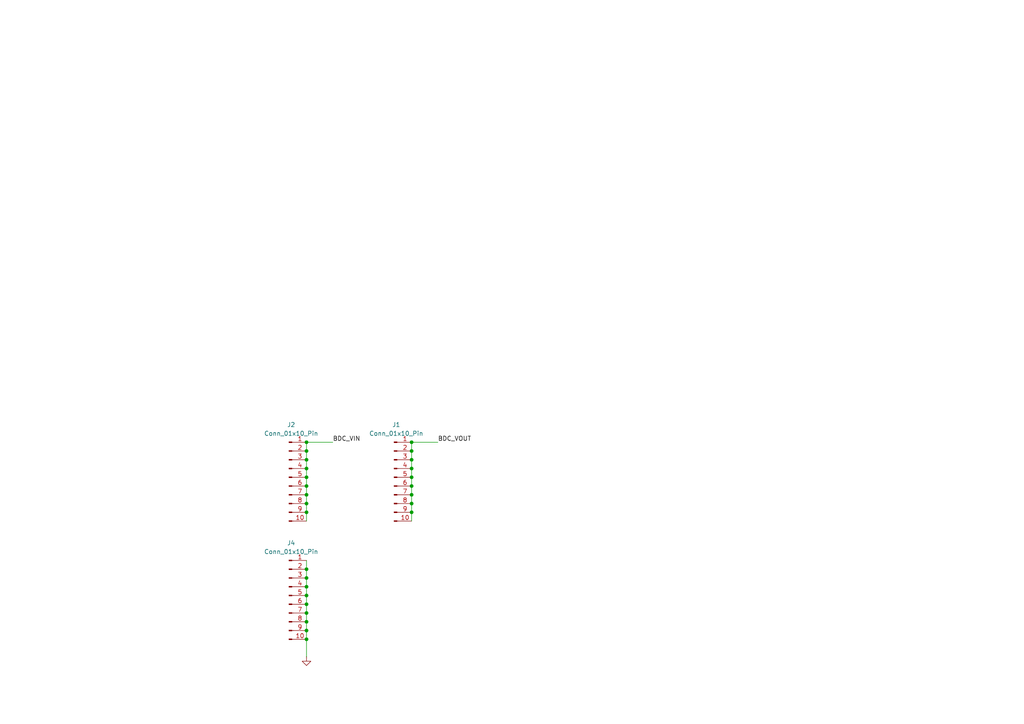
<source format=kicad_sch>
(kicad_sch (version 20250114) (generator "eeschema") (generator_version "9.0")
  (paper "A4")
  (lib_symbols
    (symbol "Connector:Conn_01x10_Pin" (pin_names (offset 1.016) (hide yes))
      (property "Reference" "J" (at 0 12.7 0))
      (property "Value" "Conn_01x10_Pin" (at 0 -15.24 0))
      (symbol "Conn_01x10_Pin_1_1"
        (rectangle (start 0.8636 10.287) (end 0 10.033) (stroke (width 0.1524)) (fill (type outline)))
        (rectangle (start 0.8636 7.747) (end 0 7.493) (stroke (width 0.1524)) (fill (type outline)))
        (rectangle (start 0.8636 5.207) (end 0 4.953) (stroke (width 0.1524)) (fill (type outline)))
        (rectangle (start 0.8636 2.667) (end 0 2.413) (stroke (width 0.1524)) (fill (type outline)))
        (rectangle (start 0.8636 0.127) (end 0 -0.127) (stroke (width 0.1524)) (fill (type outline)))
        (rectangle (start 0.8636 -2.413) (end 0 -2.667) (stroke (width 0.1524)) (fill (type outline)))
        (rectangle (start 0.8636 -4.953) (end 0 -5.207) (stroke (width 0.1524)) (fill (type outline)))
        (rectangle (start 0.8636 -7.493) (end 0 -7.747) (stroke (width 0.1524)) (fill (type outline)))
        (rectangle (start 0.8636 -10.033) (end 0 -10.287) (stroke (width 0.1524)) (fill (type outline)))
        (rectangle (start 0.8636 -12.573) (end 0 -12.827) (stroke (width 0.1524)) (fill (type outline)))
        (polyline (pts (xy 1.27 10.16) (xy 0.8636 10.16)) (stroke (width 0.1524)))
        (polyline (pts (xy 1.27 7.62) (xy 0.8636 7.62)) (stroke (width 0.1524)))
        (polyline (pts (xy 1.27 5.08) (xy 0.8636 5.08)) (stroke (width 0.1524)))
        (polyline (pts (xy 1.27 2.54) (xy 0.8636 2.54)) (stroke (width 0.1524)))
        (polyline (pts (xy 1.27 0) (xy 0.8636 0)) (stroke (width 0.1524)))
        (polyline (pts (xy 1.27 -2.54) (xy 0.8636 -2.54)) (stroke (width 0.1524)))
        (polyline (pts (xy 1.27 -5.08) (xy 0.8636 -5.08)) (stroke (width 0.1524)))
        (polyline (pts (xy 1.27 -7.62) (xy 0.8636 -7.62)) (stroke (width 0.1524)))
        (polyline (pts (xy 1.27 -10.16) (xy 0.8636 -10.16)) (stroke (width 0.1524)))
        (polyline (pts (xy 1.27 -12.7) (xy 0.8636 -12.7)) (stroke (width 0.1524)))
        (pin passive line (at 5.08 10.16 180) (length 3.81) (name "Pin_1") (number "1"))
        (pin passive line (at 5.08 7.62 180) (length 3.81) (name "Pin_2") (number "2"))
        (pin passive line (at 5.08 5.08 180) (length 3.81) (name "Pin_3") (number "3"))
        (pin passive line (at 5.08 2.54 180) (length 3.81) (name "Pin_4") (number "4"))
        (pin passive line (at 5.08 0 180) (length 3.81) (name "Pin_5") (number "5"))
        (pin passive line (at 5.08 -2.54 180) (length 3.81) (name "Pin_6") (number "6"))
        (pin passive line (at 5.08 -5.08 180) (length 3.81) (name "Pin_7") (number "7"))
        (pin passive line (at 5.08 -7.62 180) (length 3.81) (name "Pin_8") (number "8"))
        (pin passive line (at 5.08 -10.16 180) (length 3.81) (name "Pin_9") (number "9"))
        (pin passive line (at 5.08 -12.7 180) (length 3.81) (name "Pin_10") (number "10"))
      )
    )
    (symbol "power_modified:GND" (power) (pin_numbers (hide yes)) (pin_names (offset 0) (hide yes))
      (symbol "GND_0_1"
        (polyline (pts (xy 0 0) (xy 0 -1.27) (xy 1.27 -1.27) (xy 0 -2.54) (xy -1.27 -1.27) (xy 0 -1.27)))
      )
      (symbol "GND_1_1"
        (pin power_in line (at 0 0 270) (length 0) (name "~") (number "1"))
      )
    )
  )
  (junction (at 88.9 177.8))
  (junction (at 119.38 130.81))
  (junction (at 88.9 128.27))
  (junction (at 88.9 130.81))
  (junction (at 88.9 185.42))
  (junction (at 88.9 175.26))
  (junction (at 88.9 133.35))
  (junction (at 119.38 140.97))
  (junction (at 119.38 133.35))
  (junction (at 88.9 148.59))
  (junction (at 119.38 143.51))
  (junction (at 119.38 138.43))
  (junction (at 88.9 135.89))
  (junction (at 88.9 172.72))
  (junction (at 88.9 146.05))
  (junction (at 88.9 143.51))
  (junction (at 119.38 148.59))
  (junction (at 88.9 167.64))
  (junction (at 88.9 138.43))
  (junction (at 119.38 146.05))
  (junction (at 119.38 128.27))
  (junction (at 119.38 135.89))
  (junction (at 88.9 165.1))
  (junction (at 88.9 170.18))
  (junction (at 88.9 182.88))
  (junction (at 88.9 180.34))
  (junction (at 88.9 140.97))
  (wire (pts (xy 119.38 140.97) (xy 119.38 143.51)))
  (wire (pts (xy 119.38 146.05) (xy 119.38 148.59)))
  (wire (pts (xy 119.38 128.27) (xy 119.38 130.81)))
  (wire (pts (xy 88.9 146.05) (xy 88.9 148.59)))
  (wire (pts (xy 88.9 148.59) (xy 88.9 151.13)))
  (wire (pts (xy 88.9 135.89) (xy 88.9 138.43)))
  (wire (pts (xy 119.38 143.51) (xy 119.38 146.05)))
  (wire (pts (xy 88.9 167.64) (xy 88.9 170.18)))
  (wire (pts (xy 119.38 138.43) (xy 119.38 140.97)))
  (wire (pts (xy 119.38 133.35) (xy 119.38 135.89)))
  (wire (pts (xy 88.9 185.42) (xy 88.9 190.5)))
  (wire (pts (xy 88.9 143.51) (xy 88.9 146.05)))
  (wire (pts (xy 88.9 170.18) (xy 88.9 172.72)))
  (wire (pts (xy 88.9 162.56) (xy 88.9 165.1)))
  (wire (pts (xy 119.38 130.81) (xy 119.38 133.35)))
  (wire (pts (xy 88.9 175.26) (xy 88.9 177.8)))
  (wire (pts (xy 88.9 180.34) (xy 88.9 182.88)))
  (wire (pts (xy 119.38 135.89) (xy 119.38 138.43)))
  (wire (pts (xy 88.9 177.8) (xy 88.9 180.34)))
  (wire (pts (xy 88.9 128.27) (xy 88.9 130.81)))
  (wire (pts (xy 127 128.27) (xy 119.38 128.27)))
  (wire (pts (xy 88.9 138.43) (xy 88.9 140.97)))
  (wire (pts (xy 88.9 165.1) (xy 88.9 167.64)))
  (wire (pts (xy 88.9 128.27) (xy 96.52 128.27)))
  (wire (pts (xy 88.9 130.81) (xy 88.9 133.35)))
  (wire (pts (xy 88.9 182.88) (xy 88.9 185.42)))
  (wire (pts (xy 88.9 172.72) (xy 88.9 175.26)))
  (wire (pts (xy 88.9 140.97) (xy 88.9 143.51)))
  (wire (pts (xy 88.9 133.35) (xy 88.9 135.89)))
  (wire (pts (xy 119.38 148.59) (xy 119.38 151.13)))
  (label "BDC_VOUT" (at 127 128.27 0))
  (label "BDC_VIN" (at 96.52 128.27 0))
  (symbol (lib_id "Connector:Conn_01x10_Pin") (at 83.82 138.43 0) (unit 1)
    (property "Reference" "J2" (at 84.455 123.19 0))
    (property "Value" "Conn_01x10_Pin" (at 84.455 125.73 0))
    (property "Footprint" "Connector_PinHeader_2.54mm:PinHeader_1x10_P2.54mm_Vertical" (effects (hide yes)))
    (property "Description" "Generic connector, single row, 01x10, script generated" (effects (hide yes)))
  )
  (symbol (lib_id "Connector:Conn_01x10_Pin") (at 114.3 138.43 0) (unit 1)
    (property "Reference" "J1" (at 114.935 123.19 0))
    (property "Value" "Conn_01x10_Pin" (at 114.935 125.73 0))
    (property "Footprint" "Connector_PinHeader_2.54mm:PinHeader_1x10_P2.54mm_Vertical" (effects (hide yes)))
    (property "Description" "Generic connector, single row, 01x10, script generated" (effects (hide yes)))
  )
  (symbol (lib_id "power_modified:GND") (at 88.9 190.5 0) (unit 1)
    (property "Reference" "#PWR012" (effects (hide yes)))
    (property "Value" "GND" (effects (hide yes)))
    (property "Description" "Power symbol creates a global label with name \"GND\" , ground" (effects (hide yes)))
  )
  (symbol (lib_id "Connector:Conn_01x10_Pin") (at 83.82 172.72 0) (unit 1)
    (property "Reference" "J4" (at 84.455 157.48 0))
    (property "Value" "Conn_01x10_Pin" (at 84.455 160.02 0))
    (property "Footprint" "Connector_PinHeader_2.54mm:PinHeader_1x10_P2.54mm_Vertical" (effects (hide yes)))
    (property "Description" "Generic connector, single row, 01x10, script generated" (effects (hide yes)))
  )
)
</source>
